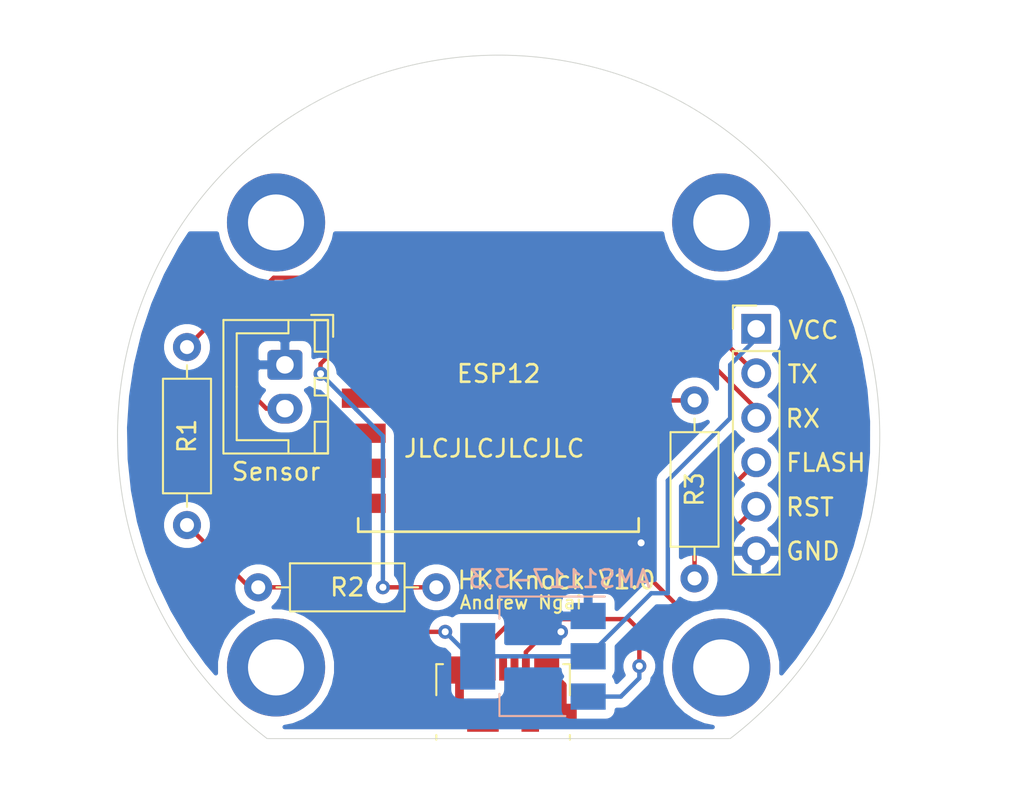
<source format=kicad_pcb>
(kicad_pcb (version 20171130) (host pcbnew "(5.1.8)-1")

  (general
    (thickness 1.6)
    (drawings 11)
    (tracks 85)
    (zones 0)
    (modules 12)
    (nets 29)
  )

  (page A4)
  (layers
    (0 F.Cu signal)
    (31 B.Cu signal)
    (32 B.Adhes user)
    (33 F.Adhes user)
    (34 B.Paste user)
    (35 F.Paste user)
    (36 B.SilkS user)
    (37 F.SilkS user)
    (38 B.Mask user)
    (39 F.Mask user)
    (40 Dwgs.User user)
    (41 Cmts.User user)
    (42 Eco1.User user)
    (43 Eco2.User user)
    (44 Edge.Cuts user)
    (45 Margin user)
    (46 B.CrtYd user)
    (47 F.CrtYd user)
    (48 B.Fab user)
    (49 F.Fab user hide)
  )

  (setup
    (last_trace_width 0.25)
    (user_trace_width 0.5)
    (user_trace_width 0.75)
    (user_trace_width 1)
    (trace_clearance 0.2)
    (zone_clearance 0.508)
    (zone_45_only no)
    (trace_min 0.2)
    (via_size 0.8)
    (via_drill 0.4)
    (via_min_size 0.4)
    (via_min_drill 0.3)
    (uvia_size 0.3)
    (uvia_drill 0.1)
    (uvias_allowed no)
    (uvia_min_size 0.2)
    (uvia_min_drill 0.1)
    (edge_width 0.05)
    (segment_width 0.2)
    (pcb_text_width 0.3)
    (pcb_text_size 1.5 1.5)
    (mod_edge_width 0.12)
    (mod_text_size 1 1)
    (mod_text_width 0.15)
    (pad_size 1.524 1.524)
    (pad_drill 0.762)
    (pad_to_mask_clearance 0)
    (aux_axis_origin 0 0)
    (visible_elements 7FFFFFFF)
    (pcbplotparams
      (layerselection 0x010fc_ffffffff)
      (usegerberextensions false)
      (usegerberattributes true)
      (usegerberadvancedattributes true)
      (creategerberjobfile true)
      (excludeedgelayer true)
      (linewidth 0.100000)
      (plotframeref false)
      (viasonmask false)
      (mode 1)
      (useauxorigin false)
      (hpglpennumber 1)
      (hpglpenspeed 20)
      (hpglpendiameter 15.000000)
      (psnegative false)
      (psa4output false)
      (plotreference true)
      (plotvalue true)
      (plotinvisibletext false)
      (padsonsilk false)
      (subtractmaskfromsilk false)
      (outputformat 1)
      (mirror false)
      (drillshape 0)
      (scaleselection 1)
      (outputdirectory "Gerber/"))
  )

  (net 0 "")
  (net 1 "Net-(J1-Pad2)")
  (net 2 "Net-(J1-Pad3)")
  (net 3 "Net-(J1-Pad4)")
  (net 4 GND)
  (net 5 "Net-(J1-Pad6)")
  (net 6 "Net-(J3-Pad2)")
  (net 7 "Net-(J3-Pad3)")
  (net 8 "Net-(J3-Pad4)")
  (net 9 "Net-(J3-Pad5)")
  (net 10 "Net-(R2-Pad1)")
  (net 11 "Net-(R3-Pad2)")
  (net 12 "Net-(U2-Pad4)")
  (net 13 "Net-(U2-Pad5)")
  (net 14 "Net-(U2-Pad6)")
  (net 15 "Net-(U2-Pad7)")
  (net 16 "Net-(U2-Pad10)")
  (net 17 "Net-(U2-Pad11)")
  (net 18 "Net-(U2-Pad13)")
  (net 19 "Net-(U2-Pad14)")
  (net 20 "Net-(U2-Pad17)")
  (net 21 "Net-(U2-Pad18)")
  (net 22 "Net-(U2-Pad19)")
  (net 23 "Net-(U2-Pad20)")
  (net 24 "Net-(U2-Pad21)")
  (net 25 "Net-(U2-Pad22)")
  (net 26 "Net-(AMS1117-3.3-Pad2)")
  (net 27 "Net-(AMS1117-3.3-Pad3)")
  (net 28 "Net-(Sensor1-Pad2)")

  (net_class Default "This is the default net class."
    (clearance 0.2)
    (trace_width 0.25)
    (via_dia 0.8)
    (via_drill 0.4)
    (uvia_dia 0.3)
    (uvia_drill 0.1)
    (add_net GND)
    (add_net "Net-(AMS1117-3.3-Pad2)")
    (add_net "Net-(AMS1117-3.3-Pad3)")
    (add_net "Net-(J1-Pad2)")
    (add_net "Net-(J1-Pad3)")
    (add_net "Net-(J1-Pad4)")
    (add_net "Net-(J1-Pad6)")
    (add_net "Net-(J3-Pad2)")
    (add_net "Net-(J3-Pad3)")
    (add_net "Net-(J3-Pad4)")
    (add_net "Net-(J3-Pad5)")
    (add_net "Net-(R2-Pad1)")
    (add_net "Net-(R3-Pad2)")
    (add_net "Net-(Sensor1-Pad2)")
    (add_net "Net-(U2-Pad10)")
    (add_net "Net-(U2-Pad11)")
    (add_net "Net-(U2-Pad13)")
    (add_net "Net-(U2-Pad14)")
    (add_net "Net-(U2-Pad17)")
    (add_net "Net-(U2-Pad18)")
    (add_net "Net-(U2-Pad19)")
    (add_net "Net-(U2-Pad20)")
    (add_net "Net-(U2-Pad21)")
    (add_net "Net-(U2-Pad22)")
    (add_net "Net-(U2-Pad4)")
    (add_net "Net-(U2-Pad5)")
    (add_net "Net-(U2-Pad6)")
    (add_net "Net-(U2-Pad7)")
  )

  (module ESP8266:ESP-12E_SMD (layer F.Cu) (tedit 58FB7FFE) (tstamp 600FE885)
    (at 126.100001 86.36)
    (descr "Module, ESP-8266, ESP-12, 16 pad, SMD")
    (tags "Module ESP-8266 ESP8266")
    (path /600D327F)
    (fp_text reference ESP12 (at 6.995999 6.604 180) (layer F.SilkS)
      (effects (font (size 1 1) (thickness 0.15)))
    )
    (fp_text value ESP-12E (at 5.08 6.35 90) (layer F.Fab) hide
      (effects (font (size 1 1) (thickness 0.15)))
    )
    (fp_line (start -1.008 -8.4) (end 14.992 -8.4) (layer F.Fab) (width 0.05))
    (fp_line (start -1.008 15.6) (end -1.008 -8.4) (layer F.Fab) (width 0.05))
    (fp_line (start 14.992 15.6) (end -1.008 15.6) (layer F.Fab) (width 0.05))
    (fp_line (start 15 -8.4) (end 15 15.6) (layer F.Fab) (width 0.05))
    (fp_line (start -1.008 -2.6) (end 14.992 -2.6) (layer F.CrtYd) (width 0.1524))
    (fp_line (start -1.008 -8.4) (end 14.992 -2.6) (layer F.CrtYd) (width 0.1524))
    (fp_line (start 14.992 -8.4) (end -1.008 -2.6) (layer F.CrtYd) (width 0.1524))
    (fp_line (start 14.986 15.621) (end 14.986 14.859) (layer F.SilkS) (width 0.1524))
    (fp_line (start -1.016 15.621) (end 14.986 15.621) (layer F.SilkS) (width 0.1524))
    (fp_line (start -1.016 14.859) (end -1.016 15.621) (layer F.SilkS) (width 0.1524))
    (fp_line (start -1.016 -8.382) (end -1.016 -1.016) (layer F.CrtYd) (width 0.1524))
    (fp_line (start 14.986 -8.382) (end 14.986 -0.889) (layer F.CrtYd) (width 0.1524))
    (fp_line (start -1.016 -8.382) (end 14.986 -8.382) (layer F.CrtYd) (width 0.1524))
    (fp_line (start -2.25 16) (end -2.25 -0.5) (layer F.CrtYd) (width 0.05))
    (fp_line (start 16.25 16) (end -2.25 16) (layer F.CrtYd) (width 0.05))
    (fp_line (start 16.25 -8.75) (end 16.25 16) (layer F.CrtYd) (width 0.05))
    (fp_line (start 15.25 -8.75) (end 16.25 -8.75) (layer F.CrtYd) (width 0.05))
    (fp_line (start -2.25 -8.75) (end 15.25 -8.75) (layer F.CrtYd) (width 0.05))
    (fp_line (start -2.25 -0.5) (end -2.25 -8.75) (layer F.CrtYd) (width 0.05))
    (fp_text user "No Copper" (at 6.310199 -1.3716) (layer F.CrtYd) hide
      (effects (font (size 1 1) (thickness 0.15)))
    )
    (pad 1 smd rect (at 0 0) (size 2.5 1.1) (drill (offset -0.7 0)) (layers F.Cu F.Paste F.Mask)
      (net 9 "Net-(J3-Pad5)"))
    (pad 2 smd rect (at 0 2) (size 2.5 1.1) (drill (offset -0.7 0)) (layers F.Cu F.Paste F.Mask)
      (net 28 "Net-(Sensor1-Pad2)"))
    (pad 3 smd rect (at 0 4) (size 2.5 1.1) (drill (offset -0.7 0)) (layers F.Cu F.Paste F.Mask)
      (net 10 "Net-(R2-Pad1)"))
    (pad 4 smd rect (at 0 6) (size 2.5 1.1) (drill (offset -0.7 0)) (layers F.Cu F.Paste F.Mask)
      (net 12 "Net-(U2-Pad4)"))
    (pad 5 smd rect (at 0 8) (size 2.5 1.1) (drill (offset -0.7 0)) (layers F.Cu F.Paste F.Mask)
      (net 13 "Net-(U2-Pad5)"))
    (pad 6 smd rect (at 0 10) (size 2.5 1.1) (drill (offset -0.7 0)) (layers F.Cu F.Paste F.Mask)
      (net 14 "Net-(U2-Pad6)"))
    (pad 7 smd rect (at 0 12) (size 2.5 1.1) (drill (offset -0.7 0)) (layers F.Cu F.Paste F.Mask)
      (net 15 "Net-(U2-Pad7)"))
    (pad 8 smd rect (at 0 14) (size 2.5 1.1) (drill (offset -0.7 0)) (layers F.Cu F.Paste F.Mask)
      (net 26 "Net-(AMS1117-3.3-Pad2)"))
    (pad 9 smd rect (at 14 14) (size 2.5 1.1) (drill (offset 0.7 0)) (layers F.Cu F.Paste F.Mask)
      (net 4 GND))
    (pad 10 smd rect (at 14 12) (size 2.5 1.1) (drill (offset 0.7 0)) (layers F.Cu F.Paste F.Mask)
      (net 16 "Net-(U2-Pad10)"))
    (pad 11 smd rect (at 14 10) (size 2.5 1.1) (drill (offset 0.7 0)) (layers F.Cu F.Paste F.Mask)
      (net 17 "Net-(U2-Pad11)"))
    (pad 12 smd rect (at 14 8) (size 2.5 1.1) (drill (offset 0.7 0)) (layers F.Cu F.Paste F.Mask)
      (net 11 "Net-(R3-Pad2)"))
    (pad 13 smd rect (at 14 6) (size 2.5 1.1) (drill (offset 0.7 0)) (layers F.Cu F.Paste F.Mask)
      (net 18 "Net-(U2-Pad13)"))
    (pad 14 smd rect (at 14 4) (size 2.5 1.1) (drill (offset 0.7 0)) (layers F.Cu F.Paste F.Mask)
      (net 19 "Net-(U2-Pad14)"))
    (pad 15 smd rect (at 14 2) (size 2.5 1.1) (drill (offset 0.7 0)) (layers F.Cu F.Paste F.Mask)
      (net 7 "Net-(J3-Pad3)"))
    (pad 16 smd rect (at 14 0) (size 2.5 1.1) (drill (offset 0.7 0)) (layers F.Cu F.Paste F.Mask)
      (net 6 "Net-(J3-Pad2)"))
    (pad 17 smd rect (at 1.99 15 90) (size 2.5 1.1) (drill (offset -0.7 0)) (layers F.Cu F.Paste F.Mask)
      (net 20 "Net-(U2-Pad17)"))
    (pad 18 smd rect (at 3.99 15 90) (size 2.5 1.1) (drill (offset -0.7 0)) (layers F.Cu F.Paste F.Mask)
      (net 21 "Net-(U2-Pad18)"))
    (pad 19 smd rect (at 5.99 15 90) (size 2.5 1.1) (drill (offset -0.7 0)) (layers F.Cu F.Paste F.Mask)
      (net 22 "Net-(U2-Pad19)"))
    (pad 20 smd rect (at 7.99 15 90) (size 2.5 1.1) (drill (offset -0.7 0)) (layers F.Cu F.Paste F.Mask)
      (net 23 "Net-(U2-Pad20)"))
    (pad 21 smd rect (at 9.99 15 90) (size 2.5 1.1) (drill (offset -0.7 0)) (layers F.Cu F.Paste F.Mask)
      (net 24 "Net-(U2-Pad21)"))
    (pad 22 smd rect (at 11.99 15 90) (size 2.5 1.1) (drill (offset -0.7 0)) (layers F.Cu F.Paste F.Mask)
      (net 25 "Net-(U2-Pad22)"))
    (model ${ESPLIB}/ESP8266.3dshapes/ESP-12.wrl
      (at (xyz 0 0 0))
      (scale (xyz 0.3937 0.3937 0.3937))
      (rotate (xyz 0 0 0))
    )
  )

  (module Package_TO_SOT_SMD:SOT-223-3_TabPin2 (layer B.Cu) (tedit 5A02FF57) (tstamp 6010594A)
    (at 135.0518 109.093 180)
    (descr "module CMS SOT223 4 pins")
    (tags "CMS SOT")
    (path /600D4288)
    (attr smd)
    (fp_text reference AMS1117-3.3 (at -1.524 4.4196) (layer B.SilkS)
      (effects (font (size 1 1) (thickness 0.15)) (justify mirror))
    )
    (fp_text value AMS1117-3.3 (at 0 -4.5) (layer B.Fab)
      (effects (font (size 1 1) (thickness 0.15)) (justify mirror))
    )
    (fp_line (start 1.85 3.35) (end 1.85 -3.35) (layer B.Fab) (width 0.1))
    (fp_line (start -1.85 -3.35) (end 1.85 -3.35) (layer B.Fab) (width 0.1))
    (fp_line (start -4.1 3.41) (end 1.91 3.41) (layer B.SilkS) (width 0.12))
    (fp_line (start -0.85 3.35) (end 1.85 3.35) (layer B.Fab) (width 0.1))
    (fp_line (start -1.85 -3.41) (end 1.91 -3.41) (layer B.SilkS) (width 0.12))
    (fp_line (start -1.85 2.35) (end -1.85 -3.35) (layer B.Fab) (width 0.1))
    (fp_line (start -1.85 2.35) (end -0.85 3.35) (layer B.Fab) (width 0.1))
    (fp_line (start -4.4 3.6) (end -4.4 -3.6) (layer B.CrtYd) (width 0.05))
    (fp_line (start -4.4 -3.6) (end 4.4 -3.6) (layer B.CrtYd) (width 0.05))
    (fp_line (start 4.4 -3.6) (end 4.4 3.6) (layer B.CrtYd) (width 0.05))
    (fp_line (start 4.4 3.6) (end -4.4 3.6) (layer B.CrtYd) (width 0.05))
    (fp_line (start 1.91 3.41) (end 1.91 2.15) (layer B.SilkS) (width 0.12))
    (fp_line (start 1.91 -3.41) (end 1.91 -2.15) (layer B.SilkS) (width 0.12))
    (fp_text user %R (at 0 0 270) (layer B.Fab)
      (effects (font (size 0.8 0.8) (thickness 0.12)) (justify mirror))
    )
    (pad 2 smd rect (at 3.15 0 180) (size 2 3.8) (layers B.Cu B.Paste B.Mask)
      (net 26 "Net-(AMS1117-3.3-Pad2)"))
    (pad 2 smd rect (at -3.15 0 180) (size 2 1.5) (layers B.Cu B.Paste B.Mask)
      (net 26 "Net-(AMS1117-3.3-Pad2)"))
    (pad 3 smd rect (at -3.15 -2.3 180) (size 2 1.5) (layers B.Cu B.Paste B.Mask)
      (net 27 "Net-(AMS1117-3.3-Pad3)"))
    (pad 1 smd rect (at -3.15 2.3 180) (size 2 1.5) (layers B.Cu B.Paste B.Mask)
      (net 4 GND))
    (model ${KISYS3DMOD}/Package_TO_SOT_SMD.3dshapes/SOT-223.wrl
      (at (xyz 0 0 0))
      (scale (xyz 1 1 1))
      (rotate (xyz 0 0 0))
    )
  )

  (module Resistor_THT:R_Axial_DIN0207_L6.3mm_D2.5mm_P10.16mm_Horizontal (layer F.Cu) (tedit 5AE5139B) (tstamp 60104931)
    (at 129.54 105.156 180)
    (descr "Resistor, Axial_DIN0207 series, Axial, Horizontal, pin pitch=10.16mm, 0.25W = 1/4W, length*diameter=6.3*2.5mm^2, http://cdn-reichelt.de/documents/datenblatt/B400/1_4W%23YAG.pdf")
    (tags "Resistor Axial_DIN0207 series Axial Horizontal pin pitch 10.16mm 0.25W = 1/4W length 6.3mm diameter 2.5mm")
    (path /600E3421)
    (fp_text reference R2 (at 5.08 0) (layer F.SilkS)
      (effects (font (size 1 1) (thickness 0.15)))
    )
    (fp_text value 10K (at 5.08 2.37) (layer F.Fab)
      (effects (font (size 1 1) (thickness 0.15)))
    )
    (fp_line (start 11.21 -1.5) (end -1.05 -1.5) (layer F.CrtYd) (width 0.05))
    (fp_line (start 11.21 1.5) (end 11.21 -1.5) (layer F.CrtYd) (width 0.05))
    (fp_line (start -1.05 1.5) (end 11.21 1.5) (layer F.CrtYd) (width 0.05))
    (fp_line (start -1.05 -1.5) (end -1.05 1.5) (layer F.CrtYd) (width 0.05))
    (fp_line (start 9.12 0) (end 8.35 0) (layer F.SilkS) (width 0.12))
    (fp_line (start 1.04 0) (end 1.81 0) (layer F.SilkS) (width 0.12))
    (fp_line (start 8.35 -1.37) (end 1.81 -1.37) (layer F.SilkS) (width 0.12))
    (fp_line (start 8.35 1.37) (end 8.35 -1.37) (layer F.SilkS) (width 0.12))
    (fp_line (start 1.81 1.37) (end 8.35 1.37) (layer F.SilkS) (width 0.12))
    (fp_line (start 1.81 -1.37) (end 1.81 1.37) (layer F.SilkS) (width 0.12))
    (fp_line (start 10.16 0) (end 8.23 0) (layer F.Fab) (width 0.1))
    (fp_line (start 0 0) (end 1.93 0) (layer F.Fab) (width 0.1))
    (fp_line (start 8.23 -1.25) (end 1.93 -1.25) (layer F.Fab) (width 0.1))
    (fp_line (start 8.23 1.25) (end 8.23 -1.25) (layer F.Fab) (width 0.1))
    (fp_line (start 1.93 1.25) (end 8.23 1.25) (layer F.Fab) (width 0.1))
    (fp_line (start 1.93 -1.25) (end 1.93 1.25) (layer F.Fab) (width 0.1))
    (fp_text user %R (at 5.08 0) (layer F.Fab)
      (effects (font (size 1 1) (thickness 0.15)))
    )
    (pad 1 thru_hole circle (at 0 0 180) (size 1.6 1.6) (drill 0.8) (layers *.Cu *.Mask)
      (net 10 "Net-(R2-Pad1)"))
    (pad 2 thru_hole oval (at 10.16 0 180) (size 1.6 1.6) (drill 0.8) (layers *.Cu *.Mask)
      (net 26 "Net-(AMS1117-3.3-Pad2)"))
    (model ${KISYS3DMOD}/Resistor_THT.3dshapes/R_Axial_DIN0207_L6.3mm_D2.5mm_P10.16mm_Horizontal.wrl
      (at (xyz 0 0 0))
      (scale (xyz 1 1 1))
      (rotate (xyz 0 0 0))
    )
  )

  (module MountingHole:MountingHole_3.2mm_M3_DIN965_Pad (layer F.Cu) (tedit 56D1B4CB) (tstamp 601047CD)
    (at 145.796 84.328)
    (descr "Mounting Hole 3.2mm, M3, DIN965")
    (tags "mounting hole 3.2mm m3 din965")
    (attr virtual)
    (fp_text reference REF** (at 0 -3.8) (layer F.SilkS) hide
      (effects (font (size 1 1) (thickness 0.15)))
    )
    (fp_text value MountingHole_3.2mm_M3_DIN965_Pad (at 0 3.8) (layer F.Fab)
      (effects (font (size 1 1) (thickness 0.15)))
    )
    (fp_circle (center 0 0) (end 2.8 0) (layer Cmts.User) (width 0.15))
    (fp_circle (center 0 0) (end 3.05 0) (layer F.CrtYd) (width 0.05))
    (fp_text user %R (at 0.3 0) (layer F.Fab)
      (effects (font (size 1 1) (thickness 0.15)))
    )
    (pad 1 thru_hole circle (at 0 0) (size 5.6 5.6) (drill 3.2) (layers *.Cu *.Mask))
  )

  (module MountingHole:MountingHole_3.2mm_M3_DIN965_Pad (layer F.Cu) (tedit 56D1B4CB) (tstamp 601047D9)
    (at 120.396 84.328)
    (descr "Mounting Hole 3.2mm, M3, DIN965")
    (tags "mounting hole 3.2mm m3 din965")
    (attr virtual)
    (fp_text reference REF** (at 0 -3.8) (layer F.SilkS) hide
      (effects (font (size 1 1) (thickness 0.15)))
    )
    (fp_text value MountingHole_3.2mm_M3_DIN965_Pad (at 0 3.8) (layer F.Fab)
      (effects (font (size 1 1) (thickness 0.15)))
    )
    (fp_circle (center 0 0) (end 2.8 0) (layer Cmts.User) (width 0.15))
    (fp_circle (center 0 0) (end 3.05 0) (layer F.CrtYd) (width 0.05))
    (fp_text user %R (at 0.3 0) (layer F.Fab)
      (effects (font (size 1 1) (thickness 0.15)))
    )
    (pad 1 thru_hole circle (at 0 0) (size 5.6 5.6) (drill 3.2) (layers *.Cu *.Mask))
  )

  (module MountingHole:MountingHole_3.2mm_M3_DIN965_Pad (layer F.Cu) (tedit 56D1B4CB) (tstamp 601047D9)
    (at 120.396 109.728)
    (descr "Mounting Hole 3.2mm, M3, DIN965")
    (tags "mounting hole 3.2mm m3 din965")
    (attr virtual)
    (fp_text reference REF** (at 0 -3.8) (layer F.SilkS) hide
      (effects (font (size 1 1) (thickness 0.15)))
    )
    (fp_text value MountingHole_3.2mm_M3_DIN965_Pad (at 0 3.8) (layer F.Fab)
      (effects (font (size 1 1) (thickness 0.15)))
    )
    (fp_circle (center 0 0) (end 2.8 0) (layer Cmts.User) (width 0.15))
    (fp_circle (center 0 0) (end 3.05 0) (layer F.CrtYd) (width 0.05))
    (fp_text user %R (at 0.3 0) (layer F.Fab)
      (effects (font (size 1 1) (thickness 0.15)))
    )
    (pad 1 thru_hole circle (at 0 0) (size 5.6 5.6) (drill 3.2) (layers *.Cu *.Mask))
  )

  (module MountingHole:MountingHole_3.2mm_M3_DIN965_Pad (layer F.Cu) (tedit 56D1B4CB) (tstamp 6010481B)
    (at 145.796 109.728)
    (descr "Mounting Hole 3.2mm, M3, DIN965")
    (tags "mounting hole 3.2mm m3 din965")
    (attr virtual)
    (fp_text reference REF** (at 0 -3.8) (layer F.SilkS) hide
      (effects (font (size 1 1) (thickness 0.15)))
    )
    (fp_text value MountingHole_3.2mm_M3_DIN965_Pad (at 0 3.8) (layer F.Fab)
      (effects (font (size 1 1) (thickness 0.15)))
    )
    (fp_circle (center 0 0) (end 2.8 0) (layer Cmts.User) (width 0.15))
    (fp_circle (center 0 0) (end 3.05 0) (layer F.CrtYd) (width 0.05))
    (fp_text user %R (at 0.3 0) (layer F.Fab)
      (effects (font (size 1 1) (thickness 0.15)))
    )
    (pad 1 thru_hole circle (at 0 0) (size 5.6 5.6) (drill 3.2) (layers *.Cu *.Mask))
  )

  (module Connector_USB:USB_Micro-B_Molex_47346-0001 (layer F.Cu) (tedit 5D8620A7) (tstamp 600FEAC6)
    (at 133.35 111.252)
    (descr "Micro USB B receptable with flange, bottom-mount, SMD, right-angle (http://www.molex.com/pdm_docs/sd/473460001_sd.pdf)")
    (tags "Micro B USB SMD")
    (path /600D522C)
    (attr smd)
    (fp_text reference MicroUSB (at 0 -3.3 180) (layer F.SilkS) hide
      (effects (font (size 1 1) (thickness 0.15)))
    )
    (fp_text value USB_B_Micro (at 0 4.6 180) (layer F.Fab)
      (effects (font (size 1 1) (thickness 0.15)))
    )
    (fp_line (start -3.25 2.65) (end 3.25 2.65) (layer F.Fab) (width 0.1))
    (fp_line (start -3.81 2.6) (end -3.81 2.34) (layer F.SilkS) (width 0.12))
    (fp_line (start -3.81 0.06) (end -3.81 -1.71) (layer F.SilkS) (width 0.12))
    (fp_line (start -3.81 -1.71) (end -3.43 -1.71) (layer F.SilkS) (width 0.12))
    (fp_line (start 3.81 -1.71) (end 3.81 0.06) (layer F.SilkS) (width 0.12))
    (fp_line (start 3.81 2.34) (end 3.81 2.6) (layer F.SilkS) (width 0.12))
    (fp_line (start -3.75 3.35) (end -3.75 -1.65) (layer F.Fab) (width 0.1))
    (fp_line (start -3.75 -1.65) (end 3.75 -1.65) (layer F.Fab) (width 0.1))
    (fp_line (start 3.75 -1.65) (end 3.75 3.35) (layer F.Fab) (width 0.1))
    (fp_line (start 3.75 3.35) (end -3.75 3.35) (layer F.Fab) (width 0.1))
    (fp_line (start -4.7 3.85) (end -4.7 -2.65) (layer F.CrtYd) (width 0.05))
    (fp_line (start -4.7 -2.65) (end 4.7 -2.65) (layer F.CrtYd) (width 0.05))
    (fp_line (start 4.7 -2.65) (end 4.7 3.85) (layer F.CrtYd) (width 0.05))
    (fp_line (start 4.7 3.85) (end -4.7 3.85) (layer F.CrtYd) (width 0.05))
    (fp_line (start 3.81 -1.71) (end 3.43 -1.71) (layer F.SilkS) (width 0.12))
    (fp_text user "PCB Edge" (at 0 2.67 180) (layer Dwgs.User)
      (effects (font (size 0.4 0.4) (thickness 0.04)))
    )
    (fp_text user %R (at 0 1.2) (layer F.Fab)
      (effects (font (size 1 1) (thickness 0.15)))
    )
    (pad 1 smd rect (at -1.3 -1.46) (size 0.45 1.38) (layers F.Cu F.Paste F.Mask)
      (net 27 "Net-(AMS1117-3.3-Pad3)"))
    (pad 2 smd rect (at -0.65 -1.46) (size 0.45 1.38) (layers F.Cu F.Paste F.Mask)
      (net 1 "Net-(J1-Pad2)"))
    (pad 3 smd rect (at 0 -1.46) (size 0.45 1.38) (layers F.Cu F.Paste F.Mask)
      (net 2 "Net-(J1-Pad3)"))
    (pad 4 smd rect (at 0.65 -1.46) (size 0.45 1.38) (layers F.Cu F.Paste F.Mask)
      (net 3 "Net-(J1-Pad4)"))
    (pad 5 smd rect (at 1.3 -1.46) (size 0.45 1.38) (layers F.Cu F.Paste F.Mask)
      (net 4 GND))
    (pad 6 smd rect (at -2.4875 -1.375) (size 1.425 1.55) (layers F.Cu F.Paste F.Mask)
      (net 5 "Net-(J1-Pad6)"))
    (pad 6 smd rect (at 2.4875 -1.375) (size 1.425 1.55) (layers F.Cu F.Paste F.Mask)
      (net 5 "Net-(J1-Pad6)"))
    (pad 6 smd rect (at -3.375 1.2) (size 1.65 1.3) (layers F.Cu F.Paste F.Mask)
      (net 5 "Net-(J1-Pad6)"))
    (pad 6 smd rect (at 3.375 1.2) (size 1.65 1.3) (layers F.Cu F.Paste F.Mask)
      (net 5 "Net-(J1-Pad6)"))
    (pad 6 smd rect (at -1.15 1.2) (size 1.8 1.9) (layers F.Cu F.Paste F.Mask)
      (net 5 "Net-(J1-Pad6)"))
    (pad 6 smd rect (at 1.55 1.2) (size 1 1.9) (layers F.Cu F.Paste F.Mask)
      (net 5 "Net-(J1-Pad6)"))
    (model ${KISYS3DMOD}/Connector_USB.3dshapes/USB_Micro-B_Molex_47346-0001.wrl
      (at (xyz 0 0 0))
      (scale (xyz 1 1 1))
      (rotate (xyz 0 0 0))
    )
  )

  (module Connector_JST:JST_XH_B2B-XH-A_1x02_P2.50mm_Vertical (layer F.Cu) (tedit 5C28146C) (tstamp 6010536D)
    (at 120.904 92.456 270)
    (descr "JST XH series connector, B2B-XH-A (http://www.jst-mfg.com/product/pdf/eng/eXH.pdf), generated with kicad-footprint-generator")
    (tags "connector JST XH vertical")
    (path /600D63E1)
    (fp_text reference Sensor (at 6.096 0.508 180) (layer F.SilkS)
      (effects (font (size 1 1) (thickness 0.15)))
    )
    (fp_text value Sensor (at 6.096 0.508 180) (layer F.Fab)
      (effects (font (size 1 1) (thickness 0.15)))
    )
    (fp_line (start -2.85 -2.75) (end -2.85 -1.5) (layer F.SilkS) (width 0.12))
    (fp_line (start -1.6 -2.75) (end -2.85 -2.75) (layer F.SilkS) (width 0.12))
    (fp_line (start 4.3 2.75) (end 1.25 2.75) (layer F.SilkS) (width 0.12))
    (fp_line (start 4.3 -0.2) (end 4.3 2.75) (layer F.SilkS) (width 0.12))
    (fp_line (start 5.05 -0.2) (end 4.3 -0.2) (layer F.SilkS) (width 0.12))
    (fp_line (start -1.8 2.75) (end 1.25 2.75) (layer F.SilkS) (width 0.12))
    (fp_line (start -1.8 -0.2) (end -1.8 2.75) (layer F.SilkS) (width 0.12))
    (fp_line (start -2.55 -0.2) (end -1.8 -0.2) (layer F.SilkS) (width 0.12))
    (fp_line (start 5.05 -2.45) (end 3.25 -2.45) (layer F.SilkS) (width 0.12))
    (fp_line (start 5.05 -1.7) (end 5.05 -2.45) (layer F.SilkS) (width 0.12))
    (fp_line (start 3.25 -1.7) (end 5.05 -1.7) (layer F.SilkS) (width 0.12))
    (fp_line (start 3.25 -2.45) (end 3.25 -1.7) (layer F.SilkS) (width 0.12))
    (fp_line (start -0.75 -2.45) (end -2.55 -2.45) (layer F.SilkS) (width 0.12))
    (fp_line (start -0.75 -1.7) (end -0.75 -2.45) (layer F.SilkS) (width 0.12))
    (fp_line (start -2.55 -1.7) (end -0.75 -1.7) (layer F.SilkS) (width 0.12))
    (fp_line (start -2.55 -2.45) (end -2.55 -1.7) (layer F.SilkS) (width 0.12))
    (fp_line (start 1.75 -2.45) (end 0.75 -2.45) (layer F.SilkS) (width 0.12))
    (fp_line (start 1.75 -1.7) (end 1.75 -2.45) (layer F.SilkS) (width 0.12))
    (fp_line (start 0.75 -1.7) (end 1.75 -1.7) (layer F.SilkS) (width 0.12))
    (fp_line (start 0.75 -2.45) (end 0.75 -1.7) (layer F.SilkS) (width 0.12))
    (fp_line (start 0 -1.35) (end 0.625 -2.35) (layer F.Fab) (width 0.1))
    (fp_line (start -0.625 -2.35) (end 0 -1.35) (layer F.Fab) (width 0.1))
    (fp_line (start 5.45 -2.85) (end -2.95 -2.85) (layer F.CrtYd) (width 0.05))
    (fp_line (start 5.45 3.9) (end 5.45 -2.85) (layer F.CrtYd) (width 0.05))
    (fp_line (start -2.95 3.9) (end 5.45 3.9) (layer F.CrtYd) (width 0.05))
    (fp_line (start -2.95 -2.85) (end -2.95 3.9) (layer F.CrtYd) (width 0.05))
    (fp_line (start 5.06 -2.46) (end -2.56 -2.46) (layer F.SilkS) (width 0.12))
    (fp_line (start 5.06 3.51) (end 5.06 -2.46) (layer F.SilkS) (width 0.12))
    (fp_line (start -2.56 3.51) (end 5.06 3.51) (layer F.SilkS) (width 0.12))
    (fp_line (start -2.56 -2.46) (end -2.56 3.51) (layer F.SilkS) (width 0.12))
    (fp_line (start 4.95 -2.35) (end -2.45 -2.35) (layer F.Fab) (width 0.1))
    (fp_line (start 4.95 3.4) (end 4.95 -2.35) (layer F.Fab) (width 0.1))
    (fp_line (start -2.45 3.4) (end 4.95 3.4) (layer F.Fab) (width 0.1))
    (fp_line (start -2.45 -2.35) (end -2.45 3.4) (layer F.Fab) (width 0.1))
    (fp_text user %R (at 1.25 2.7 90) (layer F.Fab)
      (effects (font (size 1 1) (thickness 0.15)))
    )
    (pad 1 thru_hole roundrect (at 0 0 270) (size 1.7 2) (drill 1) (layers *.Cu *.Mask) (roundrect_rratio 0.1470588235294118)
      (net 4 GND))
    (pad 2 thru_hole oval (at 2.5 0 270) (size 1.7 2) (drill 1) (layers *.Cu *.Mask)
      (net 28 "Net-(Sensor1-Pad2)"))
    (model ${KISYS3DMOD}/Connector_JST.3dshapes/JST_XH_B2B-XH-A_1x02_P2.50mm_Vertical.wrl
      (at (xyz 0 0 0))
      (scale (xyz 1 1 1))
      (rotate (xyz 0 0 0))
    )
  )

  (module Connector_PinHeader_2.54mm:PinHeader_1x06_P2.54mm_Vertical (layer F.Cu) (tedit 59FED5CC) (tstamp 600FE9BB)
    (at 147.79244 90.3986)
    (descr "Through hole straight pin header, 1x06, 2.54mm pitch, single row")
    (tags "Through hole pin header THT 1x06 2.54mm single row")
    (path /600D6B8A)
    (fp_text reference J3 (at 0 -2.33) (layer F.SilkS) hide
      (effects (font (size 1 1) (thickness 0.15)))
    )
    (fp_text value Program (at 0 15.03) (layer F.Fab)
      (effects (font (size 1 1) (thickness 0.15)))
    )
    (fp_line (start 1.8 -1.8) (end -1.8 -1.8) (layer F.CrtYd) (width 0.05))
    (fp_line (start 1.8 14.5) (end 1.8 -1.8) (layer F.CrtYd) (width 0.05))
    (fp_line (start -1.8 14.5) (end 1.8 14.5) (layer F.CrtYd) (width 0.05))
    (fp_line (start -1.8 -1.8) (end -1.8 14.5) (layer F.CrtYd) (width 0.05))
    (fp_line (start -1.33 -1.33) (end 0 -1.33) (layer F.SilkS) (width 0.12))
    (fp_line (start -1.33 0) (end -1.33 -1.33) (layer F.SilkS) (width 0.12))
    (fp_line (start -1.33 1.27) (end 1.33 1.27) (layer F.SilkS) (width 0.12))
    (fp_line (start 1.33 1.27) (end 1.33 14.03) (layer F.SilkS) (width 0.12))
    (fp_line (start -1.33 1.27) (end -1.33 14.03) (layer F.SilkS) (width 0.12))
    (fp_line (start -1.33 14.03) (end 1.33 14.03) (layer F.SilkS) (width 0.12))
    (fp_line (start -1.27 -0.635) (end -0.635 -1.27) (layer F.Fab) (width 0.1))
    (fp_line (start -1.27 13.97) (end -1.27 -0.635) (layer F.Fab) (width 0.1))
    (fp_line (start 1.27 13.97) (end -1.27 13.97) (layer F.Fab) (width 0.1))
    (fp_line (start 1.27 -1.27) (end 1.27 13.97) (layer F.Fab) (width 0.1))
    (fp_line (start -0.635 -1.27) (end 1.27 -1.27) (layer F.Fab) (width 0.1))
    (fp_text user %R (at 0 6.35 90) (layer F.Fab)
      (effects (font (size 1 1) (thickness 0.15)))
    )
    (pad 1 thru_hole rect (at 0 0) (size 1.7 1.7) (drill 1) (layers *.Cu *.Mask)
      (net 26 "Net-(AMS1117-3.3-Pad2)"))
    (pad 2 thru_hole oval (at 0 2.54) (size 1.7 1.7) (drill 1) (layers *.Cu *.Mask)
      (net 6 "Net-(J3-Pad2)"))
    (pad 3 thru_hole oval (at 0 5.08) (size 1.7 1.7) (drill 1) (layers *.Cu *.Mask)
      (net 7 "Net-(J3-Pad3)"))
    (pad 4 thru_hole oval (at 0 7.62) (size 1.7 1.7) (drill 1) (layers *.Cu *.Mask)
      (net 8 "Net-(J3-Pad4)"))
    (pad 5 thru_hole oval (at 0 10.16) (size 1.7 1.7) (drill 1) (layers *.Cu *.Mask)
      (net 9 "Net-(J3-Pad5)"))
    (pad 6 thru_hole oval (at 0 12.7) (size 1.7 1.7) (drill 1) (layers *.Cu *.Mask)
      (net 4 GND))
    (model ${KISYS3DMOD}/Connector_PinHeader_2.54mm.3dshapes/PinHeader_1x06_P2.54mm_Vertical.wrl
      (at (xyz 0 0 0))
      (scale (xyz 1 1 1))
      (rotate (xyz 0 0 0))
    )
  )

  (module Resistor_THT:R_Axial_DIN0207_L6.3mm_D2.5mm_P10.16mm_Horizontal (layer F.Cu) (tedit 5AE5139B) (tstamp 600FE976)
    (at 115.316 101.6 90)
    (descr "Resistor, Axial_DIN0207 series, Axial, Horizontal, pin pitch=10.16mm, 0.25W = 1/4W, length*diameter=6.3*2.5mm^2, http://cdn-reichelt.de/documents/datenblatt/B400/1_4W%23YAG.pdf")
    (tags "Resistor Axial_DIN0207 series Axial Horizontal pin pitch 10.16mm 0.25W = 1/4W length 6.3mm diameter 2.5mm")
    (path /600E55CB)
    (fp_text reference R1 (at 5.08 0 90) (layer F.SilkS)
      (effects (font (size 1 1) (thickness 0.15)))
    )
    (fp_text value 10K (at 5.08 2.37 90) (layer F.Fab)
      (effects (font (size 1 1) (thickness 0.15)))
    )
    (fp_line (start 11.21 -1.5) (end -1.05 -1.5) (layer F.CrtYd) (width 0.05))
    (fp_line (start 11.21 1.5) (end 11.21 -1.5) (layer F.CrtYd) (width 0.05))
    (fp_line (start -1.05 1.5) (end 11.21 1.5) (layer F.CrtYd) (width 0.05))
    (fp_line (start -1.05 -1.5) (end -1.05 1.5) (layer F.CrtYd) (width 0.05))
    (fp_line (start 9.12 0) (end 8.35 0) (layer F.SilkS) (width 0.12))
    (fp_line (start 1.04 0) (end 1.81 0) (layer F.SilkS) (width 0.12))
    (fp_line (start 8.35 -1.37) (end 1.81 -1.37) (layer F.SilkS) (width 0.12))
    (fp_line (start 8.35 1.37) (end 8.35 -1.37) (layer F.SilkS) (width 0.12))
    (fp_line (start 1.81 1.37) (end 8.35 1.37) (layer F.SilkS) (width 0.12))
    (fp_line (start 1.81 -1.37) (end 1.81 1.37) (layer F.SilkS) (width 0.12))
    (fp_line (start 10.16 0) (end 8.23 0) (layer F.Fab) (width 0.1))
    (fp_line (start 0 0) (end 1.93 0) (layer F.Fab) (width 0.1))
    (fp_line (start 8.23 -1.25) (end 1.93 -1.25) (layer F.Fab) (width 0.1))
    (fp_line (start 8.23 1.25) (end 8.23 -1.25) (layer F.Fab) (width 0.1))
    (fp_line (start 1.93 1.25) (end 8.23 1.25) (layer F.Fab) (width 0.1))
    (fp_line (start 1.93 -1.25) (end 1.93 1.25) (layer F.Fab) (width 0.1))
    (fp_text user %R (at 5.08 0 90) (layer F.Fab)
      (effects (font (size 1 1) (thickness 0.15)))
    )
    (pad 1 thru_hole circle (at 0 0 90) (size 1.6 1.6) (drill 0.8) (layers *.Cu *.Mask)
      (net 26 "Net-(AMS1117-3.3-Pad2)"))
    (pad 2 thru_hole oval (at 10.16 0 90) (size 1.6 1.6) (drill 0.8) (layers *.Cu *.Mask)
      (net 9 "Net-(J3-Pad5)"))
    (model ${KISYS3DMOD}/Resistor_THT.3dshapes/R_Axial_DIN0207_L6.3mm_D2.5mm_P10.16mm_Horizontal.wrl
      (at (xyz 0 0 0))
      (scale (xyz 1 1 1))
      (rotate (xyz 0 0 0))
    )
  )

  (module Resistor_THT:R_Axial_DIN0207_L6.3mm_D2.5mm_P10.16mm_Horizontal (layer F.Cu) (tedit 5AE5139B) (tstamp 600FE934)
    (at 144.272 104.648 90)
    (descr "Resistor, Axial_DIN0207 series, Axial, Horizontal, pin pitch=10.16mm, 0.25W = 1/4W, length*diameter=6.3*2.5mm^2, http://cdn-reichelt.de/documents/datenblatt/B400/1_4W%23YAG.pdf")
    (tags "Resistor Axial_DIN0207 series Axial Horizontal pin pitch 10.16mm 0.25W = 1/4W length 6.3mm diameter 2.5mm")
    (path /600EC464)
    (fp_text reference R3 (at 5.08 0 90) (layer F.SilkS)
      (effects (font (size 1 1) (thickness 0.15)))
    )
    (fp_text value 10K (at 5.08 2.37 90) (layer F.Fab)
      (effects (font (size 1 1) (thickness 0.15)))
    )
    (fp_line (start 1.93 -1.25) (end 1.93 1.25) (layer F.Fab) (width 0.1))
    (fp_line (start 1.93 1.25) (end 8.23 1.25) (layer F.Fab) (width 0.1))
    (fp_line (start 8.23 1.25) (end 8.23 -1.25) (layer F.Fab) (width 0.1))
    (fp_line (start 8.23 -1.25) (end 1.93 -1.25) (layer F.Fab) (width 0.1))
    (fp_line (start 0 0) (end 1.93 0) (layer F.Fab) (width 0.1))
    (fp_line (start 10.16 0) (end 8.23 0) (layer F.Fab) (width 0.1))
    (fp_line (start 1.81 -1.37) (end 1.81 1.37) (layer F.SilkS) (width 0.12))
    (fp_line (start 1.81 1.37) (end 8.35 1.37) (layer F.SilkS) (width 0.12))
    (fp_line (start 8.35 1.37) (end 8.35 -1.37) (layer F.SilkS) (width 0.12))
    (fp_line (start 8.35 -1.37) (end 1.81 -1.37) (layer F.SilkS) (width 0.12))
    (fp_line (start 1.04 0) (end 1.81 0) (layer F.SilkS) (width 0.12))
    (fp_line (start 9.12 0) (end 8.35 0) (layer F.SilkS) (width 0.12))
    (fp_line (start -1.05 -1.5) (end -1.05 1.5) (layer F.CrtYd) (width 0.05))
    (fp_line (start -1.05 1.5) (end 11.21 1.5) (layer F.CrtYd) (width 0.05))
    (fp_line (start 11.21 1.5) (end 11.21 -1.5) (layer F.CrtYd) (width 0.05))
    (fp_line (start 11.21 -1.5) (end -1.05 -1.5) (layer F.CrtYd) (width 0.05))
    (fp_text user %R (at 5.08 0 90) (layer F.Fab)
      (effects (font (size 1 1) (thickness 0.15)))
    )
    (pad 2 thru_hole oval (at 10.16 0 90) (size 1.6 1.6) (drill 0.8) (layers *.Cu *.Mask)
      (net 11 "Net-(R3-Pad2)"))
    (pad 1 thru_hole circle (at 0 0 90) (size 1.6 1.6) (drill 0.8) (layers *.Cu *.Mask)
      (net 8 "Net-(J3-Pad4)"))
    (model ${KISYS3DMOD}/Resistor_THT.3dshapes/R_Axial_DIN0207_L6.3mm_D2.5mm_P10.16mm_Horizontal.wrl
      (at (xyz 0 0 0))
      (scale (xyz 1 1 1))
      (rotate (xyz 0 0 0))
    )
  )

  (gr_text JLCJLCJLCJLC (at 132.842 97.2312) (layer F.SilkS)
    (effects (font (size 1 1) (thickness 0.15)))
  )
  (gr_text "HK Knock V1.0" (at 136.398 104.7496) (layer F.SilkS) (tstamp 6010560C)
    (effects (font (size 1 1) (thickness 0.15)))
  )
  (gr_text "Andrew Ngai" (at 134.366 106.0196) (layer F.SilkS) (tstamp 60105624)
    (effects (font (size 0.75 0.75) (thickness 0.125)))
  )
  (gr_text GND (at 151.0284 103.0986) (layer F.SilkS)
    (effects (font (size 1 1) (thickness 0.15)))
  )
  (gr_text RST (at 150.8506 100.584) (layer F.SilkS)
    (effects (font (size 1 1) (thickness 0.15)))
  )
  (gr_text FLASH (at 151.765 98.044) (layer F.SilkS) (tstamp 60105FC7)
    (effects (font (size 1 1) (thickness 0.15)))
  )
  (gr_text RX (at 150.4442 95.5294) (layer F.SilkS)
    (effects (font (size 1 1) (thickness 0.15)))
  )
  (gr_text TX (at 150.4442 92.9894) (layer F.SilkS) (tstamp 60105FB1)
    (effects (font (size 1 1) (thickness 0.15)))
  )
  (gr_text VCC (at 151.0538 90.4748) (layer F.SilkS)
    (effects (font (size 1 1) (thickness 0.15)))
  )
  (gr_arc (start 133.096 96.52) (end 146.303999 113.791999) (angle -285.1892867) (layer Edge.Cuts) (width 0.05) (tstamp 600FE856))
  (gr_line (start 119.888 113.792) (end 146.304 113.792) (layer Edge.Cuts) (width 0.05))

  (segment (start 134.65 109.792) (end 134.65 108.852) (width 0.25) (layer F.Cu) (net 4) (tstamp 600FEB11))
  (segment (start 140.100001 100.36) (end 140.100001 101.492001) (width 0.25) (layer F.Cu) (net 4))
  (segment (start 140.100001 101.492001) (end 141.224 102.616) (width 0.25) (layer F.Cu) (net 4))
  (segment (start 141.224 102.616) (end 141.224 102.616) (width 0.25) (layer F.Cu) (net 4) (tstamp 60104ED7))
  (via (at 141.224 102.616) (size 0.8) (drill 0.4) (layers F.Cu B.Cu) (net 4))
  (segment (start 134.65 108.852) (end 135.806 107.696) (width 0.25) (layer F.Cu) (net 4))
  (segment (start 135.806 107.696) (end 136.652 107.696) (width 0.25) (layer F.Cu) (net 4))
  (segment (start 136.652 107.696) (end 136.652 107.696) (width 0.25) (layer F.Cu) (net 4) (tstamp 601059A5))
  (via (at 136.652 107.696) (size 0.8) (drill 0.4) (layers F.Cu B.Cu) (net 4))
  (segment (start 130.8625 111.5645) (end 129.975 112.452) (width 0.5) (layer F.Cu) (net 5))
  (segment (start 130.8625 109.877) (end 130.8625 111.5645) (width 0.5) (layer F.Cu) (net 5) (tstamp 600FEB3B))
  (segment (start 129.975 112.452) (end 136.725 112.452) (width 0.5) (layer F.Cu) (net 5))
  (segment (start 136.725 110.7645) (end 135.8375 109.877) (width 0.5) (layer F.Cu) (net 5) (tstamp 600FEB41))
  (segment (start 136.725 112.452) (end 136.725 110.7645) (width 0.5) (layer F.Cu) (net 5) (tstamp 600FEB4A))
  (segment (start 147.763603 92.9386) (end 147.79244 92.9386) (width 0.25) (layer F.Cu) (net 6))
  (segment (start 141.185003 86.36) (end 147.763603 92.9386) (width 0.25) (layer F.Cu) (net 6))
  (segment (start 140.100001 86.36) (end 141.185003 86.36) (width 0.25) (layer F.Cu) (net 6))
  (segment (start 141.192 88.36) (end 140.100001 88.36) (width 0.25) (layer F.Cu) (net 7))
  (segment (start 147.79244 94.967437) (end 147.79244 95.4786) (width 0.25) (layer F.Cu) (net 7))
  (segment (start 141.185003 88.36) (end 147.79244 94.967437) (width 0.25) (layer F.Cu) (net 7))
  (segment (start 140.100001 88.36) (end 141.185003 88.36) (width 0.25) (layer F.Cu) (net 7))
  (segment (start 144.272 101.53904) (end 147.79244 98.0186) (width 0.25) (layer F.Cu) (net 8))
  (segment (start 144.272 104.648) (end 144.272 101.53904) (width 0.25) (layer F.Cu) (net 8))
  (segment (start 115.316 91.44) (end 117.348 89.408) (width 0.25) (layer F.Cu) (net 9))
  (segment (start 118.339998 89.408) (end 118.351999 89.420001) (width 0.25) (layer F.Cu) (net 9))
  (segment (start 117.348 89.408) (end 118.339998 89.408) (width 0.25) (layer F.Cu) (net 9))
  (segment (start 124.975002 87.484999) (end 126.100001 86.36) (width 0.25) (layer F.Cu) (net 9))
  (segment (start 120.262999 87.484999) (end 124.975002 87.484999) (width 0.25) (layer F.Cu) (net 9))
  (segment (start 118.339998 89.408) (end 120.262999 87.484999) (width 0.25) (layer F.Cu) (net 9))
  (segment (start 146.0246 102.32644) (end 147.79244 100.5586) (width 0.25) (layer F.Cu) (net 9))
  (segment (start 145.30324 106.172) (end 146.0246 105.45064) (width 0.25) (layer F.Cu) (net 9))
  (segment (start 143.256 106.172) (end 145.30324 106.172) (width 0.25) (layer F.Cu) (net 9))
  (segment (start 146.0246 105.45064) (end 146.0246 102.32644) (width 0.25) (layer F.Cu) (net 9))
  (segment (start 138.965002 101.881002) (end 143.256 106.172) (width 0.25) (layer F.Cu) (net 9))
  (segment (start 138.965002 98.910003) (end 138.965002 101.881002) (width 0.25) (layer F.Cu) (net 9))
  (segment (start 130.9624 90.907401) (end 138.965002 98.910003) (width 0.25) (layer F.Cu) (net 9))
  (segment (start 130.9624 86.36) (end 130.9624 90.907401) (width 0.25) (layer F.Cu) (net 9))
  (segment (start 126.100001 86.36) (end 130.9624 86.36) (width 0.25) (layer F.Cu) (net 9))
  (via (at 126.492 105.156) (size 0.8) (drill 0.4) (layers F.Cu B.Cu) (net 10))
  (segment (start 122.936 92.964) (end 122.936 92.964) (width 0.25) (layer B.Cu) (net 10) (tstamp 60104ECA))
  (via (at 122.936 92.964) (size 0.8) (drill 0.4) (layers F.Cu B.Cu) (net 10))
  (segment (start 124.974315 90.36) (end 126.100001 90.36) (width 0.25) (layer F.Cu) (net 10))
  (segment (start 122.936 92.398315) (end 124.974315 90.36) (width 0.25) (layer F.Cu) (net 10))
  (segment (start 122.936 92.964) (end 122.936 92.398315) (width 0.25) (layer F.Cu) (net 10))
  (segment (start 129.54 105.156) (end 126.492 105.156) (width 0.25) (layer F.Cu) (net 10))
  (segment (start 124.968 94.996) (end 122.936 92.964) (width 0.25) (layer B.Cu) (net 10))
  (segment (start 126.492 96.52) (end 124.968 94.996) (width 0.25) (layer B.Cu) (net 10))
  (segment (start 126.492 105.156) (end 126.492 96.52) (width 0.25) (layer B.Cu) (net 10))
  (segment (start 140.228001 94.488) (end 140.100001 94.36) (width 0.25) (layer F.Cu) (net 11))
  (segment (start 144.272 94.488) (end 140.228001 94.488) (width 0.25) (layer F.Cu) (net 11))
  (segment (start 128.524 101.6) (end 128.524 101.6) (width 0.25) (layer F.Cu) (net 20) (tstamp 600FEB56))
  (segment (start 118.872 105.156) (end 119.38 105.156) (width 0.25) (layer F.Cu) (net 26))
  (segment (start 115.316 101.6) (end 118.872 105.156) (width 0.25) (layer F.Cu) (net 26))
  (segment (start 119.38 105.156) (end 121.304001 105.156) (width 0.25) (layer F.Cu) (net 26))
  (segment (start 130.048 107.696) (end 130.048 107.696) (width 0.25) (layer B.Cu) (net 26) (tstamp 601059A1))
  (via (at 130.048 107.696) (size 0.8) (drill 0.4) (layers F.Cu B.Cu) (net 26))
  (segment (start 130.048 107.696) (end 124.968 107.696) (width 0.25) (layer F.Cu) (net 26))
  (segment (start 124.968 107.696) (end 121.866001 104.594001) (width 0.25) (layer F.Cu) (net 26))
  (segment (start 121.866001 104.594001) (end 126.100001 100.36) (width 0.25) (layer F.Cu) (net 26))
  (segment (start 121.304001 105.156) (end 121.866001 104.594001) (width 0.25) (layer F.Cu) (net 26))
  (segment (start 141.8028 105.492) (end 138.2018 109.093) (width 0.25) (layer B.Cu) (net 26))
  (segment (start 142.748 99.06) (end 142.748 105.492) (width 0.25) (layer B.Cu) (net 26))
  (segment (start 146.304 95.504) (end 142.748 99.06) (width 0.25) (layer B.Cu) (net 26))
  (segment (start 146.304 92.456) (end 146.304 95.504) (width 0.25) (layer B.Cu) (net 26))
  (segment (start 142.748 105.492) (end 141.8028 105.492) (width 0.25) (layer B.Cu) (net 26))
  (segment (start 148.336 90.424) (end 146.304 92.456) (width 0.25) (layer B.Cu) (net 26))
  (segment (start 138.2018 109.093) (end 131.9018 109.093) (width 0.25) (layer B.Cu) (net 26))
  (segment (start 131.445 109.093) (end 130.048 107.696) (width 0.25) (layer B.Cu) (net 26))
  (segment (start 131.9018 109.093) (end 131.445 109.093) (width 0.25) (layer B.Cu) (net 26))
  (segment (start 133.931001 106.970999) (end 140.498999 106.970999) (width 0.25) (layer F.Cu) (net 27))
  (segment (start 132.05 108.852) (end 133.931001 106.970999) (width 0.25) (layer F.Cu) (net 27))
  (segment (start 132.05 109.792) (end 132.05 108.852) (width 0.25) (layer F.Cu) (net 27))
  (segment (start 140.498999 106.970999) (end 141.1224 107.5944) (width 0.25) (layer F.Cu) (net 27))
  (segment (start 141.1224 107.5944) (end 141.1224 109.6518) (width 0.25) (layer F.Cu) (net 27))
  (segment (start 141.1224 109.6518) (end 141.1224 109.6518) (width 0.25) (layer F.Cu) (net 27) (tstamp 60106088))
  (via (at 141.1224 109.6518) (size 0.8) (drill 0.4) (layers F.Cu B.Cu) (net 27))
  (segment (start 141.1224 109.6518) (end 141.1224 110.3376) (width 0.25) (layer B.Cu) (net 27))
  (segment (start 140.067 111.393) (end 138.2018 111.393) (width 0.25) (layer B.Cu) (net 27))
  (segment (start 141.1224 110.3376) (end 140.067 111.393) (width 0.25) (layer B.Cu) (net 27))
  (segment (start 123.008 88.36) (end 126.100001 88.36) (width 0.25) (layer F.Cu) (net 28))
  (segment (start 118.364 91.44) (end 121.444 88.36) (width 0.25) (layer F.Cu) (net 28))
  (segment (start 121.444 88.36) (end 123.008 88.36) (width 0.25) (layer F.Cu) (net 28))
  (segment (start 118.364 93.472) (end 118.364 91.44) (width 0.25) (layer F.Cu) (net 28))
  (segment (start 119.848 94.956) (end 118.364 93.472) (width 0.25) (layer F.Cu) (net 28))
  (segment (start 120.904 94.956) (end 119.848 94.956) (width 0.25) (layer F.Cu) (net 28))

  (zone (net 0) (net_name "") (layers F&B.Cu) (tstamp 0) (hatch edge 0.508)
    (connect_pads (clearance 0.508))
    (min_thickness 0.254)
    (keepout (tracks not_allowed) (vias not_allowed) (copperpour allowed))
    (fill (arc_segments 32) (thermal_gap 0.508) (thermal_bridge_width 0.508))
    (polygon
      (pts
        (xy 142.24 84.328) (xy 123.952 84.328) (xy 123.952 71.628) (xy 142.24 71.628)
      )
    )
  )
  (zone (net 4) (net_name GND) (layer B.Cu) (tstamp 60106837) (hatch edge 0.508)
    (connect_pads (clearance 0.508))
    (min_thickness 0.254)
    (fill yes (arc_segments 32) (thermal_gap 0.508) (thermal_bridge_width 0.508))
    (polygon
      (pts
        (xy 163.068 117.856) (xy 104.648 117.856) (xy 104.648 84.836) (xy 163.068 84.836)
      )
    )
    (filled_polygon
      (pts
        (xy 117.093006 85.329952) (xy 117.351943 85.955082) (xy 117.727862 86.517685) (xy 118.206315 86.996138) (xy 118.768918 87.372057)
        (xy 119.394048 87.630994) (xy 120.057682 87.763) (xy 120.734318 87.763) (xy 121.397952 87.630994) (xy 122.023082 87.372057)
        (xy 122.585685 86.996138) (xy 123.064138 86.517685) (xy 123.440057 85.955082) (xy 123.698994 85.329952) (xy 123.771986 84.963)
        (xy 142.420014 84.963) (xy 142.493006 85.329952) (xy 142.751943 85.955082) (xy 143.127862 86.517685) (xy 143.606315 86.996138)
        (xy 144.168918 87.372057) (xy 144.794048 87.630994) (xy 145.457682 87.763) (xy 146.134318 87.763) (xy 146.797952 87.630994)
        (xy 147.423082 87.372057) (xy 147.985685 86.996138) (xy 148.464138 86.517685) (xy 148.840057 85.955082) (xy 149.098994 85.329952)
        (xy 149.171986 84.963) (xy 150.708741 84.963) (xy 151.034474 85.4433) (xy 151.915047 87.016021) (xy 152.658072 88.658229)
        (xy 153.258107 90.357894) (xy 153.710769 92.102603) (xy 154.012748 93.879587) (xy 154.161838 95.675872) (xy 154.156952 97.478346)
        (xy 153.99812 99.27381) (xy 153.686509 101.049136) (xy 153.224392 102.791358) (xy 152.615149 104.487743) (xy 151.863233 106.125888)
        (xy 150.974133 107.693831) (xy 149.954366 109.180079) (xy 149.231 110.062119) (xy 149.231 109.389682) (xy 149.098994 108.726048)
        (xy 148.840057 108.100918) (xy 148.464138 107.538315) (xy 147.985685 107.059862) (xy 147.423082 106.683943) (xy 146.797952 106.425006)
        (xy 146.134318 106.293) (xy 145.457682 106.293) (xy 144.794048 106.425006) (xy 144.168918 106.683943) (xy 143.606315 107.059862)
        (xy 143.127862 107.538315) (xy 142.751943 108.100918) (xy 142.493006 108.726048) (xy 142.361 109.389682) (xy 142.361 110.066318)
        (xy 142.493006 110.729952) (xy 142.751943 111.355082) (xy 143.127862 111.917685) (xy 143.606315 112.396138) (xy 144.168918 112.772057)
        (xy 144.794048 113.030994) (xy 145.301836 113.132) (xy 120.890164 113.132) (xy 121.397952 113.030994) (xy 122.023082 112.772057)
        (xy 122.585685 112.396138) (xy 123.064138 111.917685) (xy 123.440057 111.355082) (xy 123.698994 110.729952) (xy 123.831 110.066318)
        (xy 123.831 109.389682) (xy 123.698994 108.726048) (xy 123.440057 108.100918) (xy 123.101387 107.594061) (xy 129.013 107.594061)
        (xy 129.013 107.797939) (xy 129.052774 107.997898) (xy 129.130795 108.186256) (xy 129.244063 108.355774) (xy 129.388226 108.499937)
        (xy 129.557744 108.613205) (xy 129.746102 108.691226) (xy 129.946061 108.731) (xy 130.008199 108.731) (xy 130.263728 108.98653)
        (xy 130.263728 110.993) (xy 130.275988 111.117482) (xy 130.312298 111.23718) (xy 130.371263 111.347494) (xy 130.450615 111.444185)
        (xy 130.547306 111.523537) (xy 130.65762 111.582502) (xy 130.777318 111.618812) (xy 130.9018 111.631072) (xy 132.9018 111.631072)
        (xy 133.026282 111.618812) (xy 133.14598 111.582502) (xy 133.256294 111.523537) (xy 133.352985 111.444185) (xy 133.432337 111.347494)
        (xy 133.491302 111.23718) (xy 133.527612 111.117482) (xy 133.539872 110.993) (xy 133.539872 109.853) (xy 136.564713 109.853)
        (xy 136.575988 109.967482) (xy 136.612298 110.08718) (xy 136.671263 110.197494) (xy 136.708609 110.243) (xy 136.671263 110.288506)
        (xy 136.612298 110.39882) (xy 136.575988 110.518518) (xy 136.563728 110.643) (xy 136.563728 112.143) (xy 136.575988 112.267482)
        (xy 136.612298 112.38718) (xy 136.671263 112.497494) (xy 136.750615 112.594185) (xy 136.847306 112.673537) (xy 136.95762 112.732502)
        (xy 137.077318 112.768812) (xy 137.2018 112.781072) (xy 139.2018 112.781072) (xy 139.326282 112.768812) (xy 139.44598 112.732502)
        (xy 139.556294 112.673537) (xy 139.652985 112.594185) (xy 139.732337 112.497494) (xy 139.791302 112.38718) (xy 139.827612 112.267482)
        (xy 139.838887 112.153) (xy 140.029678 112.153) (xy 140.067 112.156676) (xy 140.104322 112.153) (xy 140.104333 112.153)
        (xy 140.215986 112.142003) (xy 140.359247 112.098546) (xy 140.491276 112.027974) (xy 140.607001 111.933001) (xy 140.630804 111.903998)
        (xy 141.633403 110.901399) (xy 141.662401 110.877601) (xy 141.738251 110.785178) (xy 141.757374 110.761877) (xy 141.827946 110.629847)
        (xy 141.871403 110.486586) (xy 141.8824 110.374933) (xy 141.8824 110.374923) (xy 141.884521 110.35339) (xy 141.926337 110.311574)
        (xy 142.039605 110.142056) (xy 142.117626 109.953698) (xy 142.1574 109.753739) (xy 142.1574 109.549861) (xy 142.117626 109.349902)
        (xy 142.039605 109.161544) (xy 141.926337 108.992026) (xy 141.782174 108.847863) (xy 141.612656 108.734595) (xy 141.424298 108.656574)
        (xy 141.224339 108.6168) (xy 141.020461 108.6168) (xy 140.820502 108.656574) (xy 140.632144 108.734595) (xy 140.462626 108.847863)
        (xy 140.318463 108.992026) (xy 140.205195 109.161544) (xy 140.127174 109.349902) (xy 140.0874 109.549861) (xy 140.0874 109.753739)
        (xy 140.127174 109.953698) (xy 140.205195 110.142056) (xy 140.220395 110.164804) (xy 139.831115 110.554084) (xy 139.827612 110.518518)
        (xy 139.791302 110.39882) (xy 139.732337 110.288506) (xy 139.694991 110.243) (xy 139.732337 110.197494) (xy 139.791302 110.08718)
        (xy 139.827612 109.967482) (xy 139.839872 109.843) (xy 139.839872 108.529729) (xy 142.117602 106.252) (xy 142.710667 106.252)
        (xy 142.748 106.255677) (xy 142.896986 106.241003) (xy 143.040247 106.197546) (xy 143.172276 106.126974) (xy 143.288001 106.032001)
        (xy 143.382974 105.916276) (xy 143.436713 105.815739) (xy 143.592273 105.91968) (xy 143.853426 106.027853) (xy 144.130665 106.083)
        (xy 144.413335 106.083) (xy 144.690574 106.027853) (xy 144.951727 105.91968) (xy 145.186759 105.762637) (xy 145.386637 105.562759)
        (xy 145.54368 105.327727) (xy 145.651853 105.066574) (xy 145.707 104.789335) (xy 145.707 104.506665) (xy 145.651853 104.229426)
        (xy 145.54368 103.968273) (xy 145.386637 103.733241) (xy 145.186759 103.533363) (xy 145.070214 103.45549) (xy 146.350964 103.45549)
        (xy 146.395615 103.602699) (xy 146.520799 103.86552) (xy 146.694852 104.098869) (xy 146.911085 104.293778) (xy 147.161188 104.442757)
        (xy 147.435549 104.540081) (xy 147.66544 104.419414) (xy 147.66544 103.2256) (xy 147.91944 103.2256) (xy 147.91944 104.419414)
        (xy 148.149331 104.540081) (xy 148.423692 104.442757) (xy 148.673795 104.293778) (xy 148.890028 104.098869) (xy 149.064081 103.86552)
        (xy 149.189265 103.602699) (xy 149.233916 103.45549) (xy 149.112595 103.2256) (xy 147.91944 103.2256) (xy 147.66544 103.2256)
        (xy 146.472285 103.2256) (xy 146.350964 103.45549) (xy 145.070214 103.45549) (xy 144.951727 103.37632) (xy 144.690574 103.268147)
        (xy 144.413335 103.213) (xy 144.130665 103.213) (xy 143.853426 103.268147) (xy 143.592273 103.37632) (xy 143.508 103.432629)
        (xy 143.508 99.374801) (xy 146.566309 96.316494) (xy 146.638965 96.425232) (xy 146.845808 96.632075) (xy 147.0202 96.7486)
        (xy 146.845808 96.865125) (xy 146.638965 97.071968) (xy 146.47645 97.315189) (xy 146.364508 97.585442) (xy 146.30744 97.87234)
        (xy 146.30744 98.16486) (xy 146.364508 98.451758) (xy 146.47645 98.722011) (xy 146.638965 98.965232) (xy 146.845808 99.172075)
        (xy 147.0202 99.2886) (xy 146.845808 99.405125) (xy 146.638965 99.611968) (xy 146.47645 99.855189) (xy 146.364508 100.125442)
        (xy 146.30744 100.41234) (xy 146.30744 100.70486) (xy 146.364508 100.991758) (xy 146.47645 101.262011) (xy 146.638965 101.505232)
        (xy 146.845808 101.712075) (xy 147.027974 101.833795) (xy 146.911085 101.903422) (xy 146.694852 102.098331) (xy 146.520799 102.33168)
        (xy 146.395615 102.594501) (xy 146.350964 102.74171) (xy 146.472285 102.9716) (xy 147.66544 102.9716) (xy 147.66544 102.9516)
        (xy 147.91944 102.9516) (xy 147.91944 102.9716) (xy 149.112595 102.9716) (xy 149.233916 102.74171) (xy 149.189265 102.594501)
        (xy 149.064081 102.33168) (xy 148.890028 102.098331) (xy 148.673795 101.903422) (xy 148.556906 101.833795) (xy 148.739072 101.712075)
        (xy 148.945915 101.505232) (xy 149.10843 101.262011) (xy 149.220372 100.991758) (xy 149.27744 100.70486) (xy 149.27744 100.41234)
        (xy 149.220372 100.125442) (xy 149.10843 99.855189) (xy 148.945915 99.611968) (xy 148.739072 99.405125) (xy 148.56468 99.2886)
        (xy 148.739072 99.172075) (xy 148.945915 98.965232) (xy 149.10843 98.722011) (xy 149.220372 98.451758) (xy 149.27744 98.16486)
        (xy 149.27744 97.87234) (xy 149.220372 97.585442) (xy 149.10843 97.315189) (xy 148.945915 97.071968) (xy 148.739072 96.865125)
        (xy 148.56468 96.7486) (xy 148.739072 96.632075) (xy 148.945915 96.425232) (xy 149.10843 96.182011) (xy 149.220372 95.911758)
        (xy 149.27744 95.62486) (xy 149.27744 95.33234) (xy 149.220372 95.045442) (xy 149.10843 94.775189) (xy 148.945915 94.531968)
        (xy 148.739072 94.325125) (xy 148.56468 94.2086) (xy 148.739072 94.092075) (xy 148.945915 93.885232) (xy 149.10843 93.642011)
        (xy 149.220372 93.371758) (xy 149.27744 93.08486) (xy 149.27744 92.79234) (xy 149.220372 92.505442) (xy 149.10843 92.235189)
        (xy 148.945915 91.991968) (xy 148.81406 91.860113) (xy 148.88662 91.838102) (xy 148.996934 91.779137) (xy 149.093625 91.699785)
        (xy 149.172977 91.603094) (xy 149.231942 91.49278) (xy 149.268252 91.373082) (xy 149.280512 91.2486) (xy 149.280512 89.5486)
        (xy 149.268252 89.424118) (xy 149.231942 89.30442) (xy 149.172977 89.194106) (xy 149.093625 89.097415) (xy 148.996934 89.018063)
        (xy 148.88662 88.959098) (xy 148.766922 88.922788) (xy 148.64244 88.910528) (xy 146.94244 88.910528) (xy 146.817958 88.922788)
        (xy 146.69826 88.959098) (xy 146.587946 89.018063) (xy 146.491255 89.097415) (xy 146.411903 89.194106) (xy 146.352938 89.30442)
        (xy 146.316628 89.424118) (xy 146.304368 89.5486) (xy 146.304368 91.2486) (xy 146.316224 91.368975) (xy 145.793003 91.892196)
        (xy 145.763999 91.915999) (xy 145.736762 91.949188) (xy 145.669026 92.031724) (xy 145.64103 92.084101) (xy 145.598454 92.163754)
        (xy 145.554997 92.307015) (xy 145.544 92.418668) (xy 145.544 92.418678) (xy 145.540324 92.456) (xy 145.544 92.493323)
        (xy 145.544 93.809047) (xy 145.54368 93.808273) (xy 145.386637 93.573241) (xy 145.186759 93.373363) (xy 144.951727 93.21632)
        (xy 144.690574 93.108147) (xy 144.413335 93.053) (xy 144.130665 93.053) (xy 143.853426 93.108147) (xy 143.592273 93.21632)
        (xy 143.357241 93.373363) (xy 143.157363 93.573241) (xy 143.00032 93.808273) (xy 142.892147 94.069426) (xy 142.837 94.346665)
        (xy 142.837 94.629335) (xy 142.892147 94.906574) (xy 143.00032 95.167727) (xy 143.157363 95.402759) (xy 143.357241 95.602637)
        (xy 143.592273 95.75968) (xy 143.853426 95.867853) (xy 144.130665 95.923) (xy 144.413335 95.923) (xy 144.690574 95.867853)
        (xy 144.951727 95.75968) (xy 145.017396 95.715802) (xy 142.237003 98.496196) (xy 142.207999 98.519999) (xy 142.152871 98.587174)
        (xy 142.113026 98.635724) (xy 142.078415 98.700476) (xy 142.042454 98.767754) (xy 141.998997 98.911015) (xy 141.988 99.022668)
        (xy 141.988 99.022678) (xy 141.984324 99.06) (xy 141.988 99.097323) (xy 141.988001 104.732) (xy 141.840122 104.732)
        (xy 141.802799 104.728324) (xy 141.765476 104.732) (xy 141.765467 104.732) (xy 141.653814 104.742997) (xy 141.516757 104.784572)
        (xy 141.510553 104.786454) (xy 141.378523 104.857026) (xy 141.322317 104.903154) (xy 141.262799 104.951999) (xy 141.239001 104.980997)
        (xy 139.837626 106.382372) (xy 139.839872 106.043) (xy 139.827612 105.918518) (xy 139.791302 105.79882) (xy 139.732337 105.688506)
        (xy 139.652985 105.591815) (xy 139.556294 105.512463) (xy 139.44598 105.453498) (xy 139.326282 105.417188) (xy 139.2018 105.404928)
        (xy 138.48755 105.408) (xy 138.3288 105.56675) (xy 138.3288 106.666) (xy 138.3488 106.666) (xy 138.3488 106.92)
        (xy 138.3288 106.92) (xy 138.3288 106.94) (xy 138.0748 106.94) (xy 138.0748 106.92) (xy 136.72555 106.92)
        (xy 136.5668 107.07875) (xy 136.563728 107.543) (xy 136.575988 107.667482) (xy 136.612298 107.78718) (xy 136.671263 107.897494)
        (xy 136.708609 107.943) (xy 136.671263 107.988506) (xy 136.612298 108.09882) (xy 136.575988 108.218518) (xy 136.564713 108.333)
        (xy 133.539872 108.333) (xy 133.539872 107.193) (xy 133.527612 107.068518) (xy 133.491302 106.94882) (xy 133.432337 106.838506)
        (xy 133.352985 106.741815) (xy 133.256294 106.662463) (xy 133.14598 106.603498) (xy 133.026282 106.567188) (xy 132.9018 106.554928)
        (xy 130.9018 106.554928) (xy 130.777318 106.567188) (xy 130.65762 106.603498) (xy 130.547306 106.662463) (xy 130.450615 106.741815)
        (xy 130.4502 106.742321) (xy 130.349898 106.700774) (xy 130.149939 106.661) (xy 129.946061 106.661) (xy 129.746102 106.700774)
        (xy 129.557744 106.778795) (xy 129.388226 106.892063) (xy 129.244063 107.036226) (xy 129.130795 107.205744) (xy 129.052774 107.394102)
        (xy 129.013 107.594061) (xy 123.101387 107.594061) (xy 123.064138 107.538315) (xy 122.585685 107.059862) (xy 122.023082 106.683943)
        (xy 121.397952 106.425006) (xy 120.734318 106.293) (xy 120.26129 106.293) (xy 120.294759 106.270637) (xy 120.494637 106.070759)
        (xy 120.65168 105.835727) (xy 120.759853 105.574574) (xy 120.815 105.297335) (xy 120.815 105.014665) (xy 120.759853 104.737426)
        (xy 120.65168 104.476273) (xy 120.494637 104.241241) (xy 120.294759 104.041363) (xy 120.059727 103.88432) (xy 119.798574 103.776147)
        (xy 119.521335 103.721) (xy 119.238665 103.721) (xy 118.961426 103.776147) (xy 118.700273 103.88432) (xy 118.465241 104.041363)
        (xy 118.265363 104.241241) (xy 118.10832 104.476273) (xy 118.000147 104.737426) (xy 117.945 105.014665) (xy 117.945 105.297335)
        (xy 118.000147 105.574574) (xy 118.10832 105.835727) (xy 118.265363 106.070759) (xy 118.465241 106.270637) (xy 118.700273 106.42768)
        (xy 118.961426 106.535853) (xy 119.072905 106.558028) (xy 118.768918 106.683943) (xy 118.206315 107.059862) (xy 117.727862 107.538315)
        (xy 117.351943 108.100918) (xy 117.093006 108.726048) (xy 116.961 109.389682) (xy 116.961 110.060583) (xy 116.458731 109.469262)
        (xy 115.413452 108.000835) (xy 114.497416 106.448484) (xy 113.717328 104.823565) (xy 113.078889 103.137958) (xy 112.602283 101.458665)
        (xy 113.881 101.458665) (xy 113.881 101.741335) (xy 113.936147 102.018574) (xy 114.04432 102.279727) (xy 114.201363 102.514759)
        (xy 114.401241 102.714637) (xy 114.636273 102.87168) (xy 114.897426 102.979853) (xy 115.174665 103.035) (xy 115.457335 103.035)
        (xy 115.734574 102.979853) (xy 115.995727 102.87168) (xy 116.230759 102.714637) (xy 116.430637 102.514759) (xy 116.58768 102.279727)
        (xy 116.695853 102.018574) (xy 116.751 101.741335) (xy 116.751 101.458665) (xy 116.695853 101.181426) (xy 116.58768 100.920273)
        (xy 116.430637 100.685241) (xy 116.230759 100.485363) (xy 115.995727 100.32832) (xy 115.734574 100.220147) (xy 115.457335 100.165)
        (xy 115.174665 100.165) (xy 114.897426 100.220147) (xy 114.636273 100.32832) (xy 114.401241 100.485363) (xy 114.201363 100.685241)
        (xy 114.04432 100.920273) (xy 113.936147 101.181426) (xy 113.881 101.458665) (xy 112.602283 101.458665) (xy 112.586756 101.403957)
        (xy 112.244539 99.634276) (xy 112.054734 97.841821) (xy 112.018727 96.039723) (xy 112.089859 94.956) (xy 119.261815 94.956)
        (xy 119.290487 95.247111) (xy 119.375401 95.527034) (xy 119.513294 95.785014) (xy 119.698866 96.011134) (xy 119.924986 96.196706)
        (xy 120.182966 96.334599) (xy 120.462889 96.419513) (xy 120.68105 96.441) (xy 121.12695 96.441) (xy 121.345111 96.419513)
        (xy 121.625034 96.334599) (xy 121.883014 96.196706) (xy 122.109134 96.011134) (xy 122.294706 95.785014) (xy 122.432599 95.527034)
        (xy 122.517513 95.247111) (xy 122.546185 94.956) (xy 122.517513 94.664889) (xy 122.432599 94.384966) (xy 122.294706 94.126986)
        (xy 122.113392 93.906055) (xy 122.14818 93.895502) (xy 122.258494 93.836537) (xy 122.312528 93.792193) (xy 122.445744 93.881205)
        (xy 122.634102 93.959226) (xy 122.834061 93.999) (xy 122.896199 93.999) (xy 124.456997 95.559799) (xy 124.457002 95.559803)
        (xy 125.732001 96.834804) (xy 125.732 104.452289) (xy 125.688063 104.496226) (xy 125.574795 104.665744) (xy 125.496774 104.854102)
        (xy 125.457 105.054061) (xy 125.457 105.257939) (xy 125.496774 105.457898) (xy 125.574795 105.646256) (xy 125.688063 105.815774)
        (xy 125.832226 105.959937) (xy 126.001744 106.073205) (xy 126.190102 106.151226) (xy 126.390061 106.191) (xy 126.593939 106.191)
        (xy 126.793898 106.151226) (xy 126.982256 106.073205) (xy 127.151774 105.959937) (xy 127.295937 105.815774) (xy 127.409205 105.646256)
        (xy 127.487226 105.457898) (xy 127.527 105.257939) (xy 127.527 105.054061) (xy 127.519164 105.014665) (xy 128.105 105.014665)
        (xy 128.105 105.297335) (xy 128.160147 105.574574) (xy 128.26832 105.835727) (xy 128.425363 106.070759) (xy 128.625241 106.270637)
        (xy 128.860273 106.42768) (xy 129.121426 106.535853) (xy 129.398665 106.591) (xy 129.681335 106.591) (xy 129.958574 106.535853)
        (xy 130.219727 106.42768) (xy 130.454759 106.270637) (xy 130.654637 106.070759) (xy 130.673184 106.043) (xy 136.563728 106.043)
        (xy 136.5668 106.50725) (xy 136.72555 106.666) (xy 138.0748 106.666) (xy 138.0748 105.56675) (xy 137.91605 105.408)
        (xy 137.2018 105.404928) (xy 137.077318 105.417188) (xy 136.95762 105.453498) (xy 136.847306 105.512463) (xy 136.750615 105.591815)
        (xy 136.671263 105.688506) (xy 136.612298 105.79882) (xy 136.575988 105.918518) (xy 136.563728 106.043) (xy 130.673184 106.043)
        (xy 130.81168 105.835727) (xy 130.919853 105.574574) (xy 130.975 105.297335) (xy 130.975 105.014665) (xy 130.919853 104.737426)
        (xy 130.81168 104.476273) (xy 130.654637 104.241241) (xy 130.454759 104.041363) (xy 130.219727 103.88432) (xy 129.958574 103.776147)
        (xy 129.681335 103.721) (xy 129.398665 103.721) (xy 129.121426 103.776147) (xy 128.860273 103.88432) (xy 128.625241 104.041363)
        (xy 128.425363 104.241241) (xy 128.26832 104.476273) (xy 128.160147 104.737426) (xy 128.105 105.014665) (xy 127.519164 105.014665)
        (xy 127.487226 104.854102) (xy 127.409205 104.665744) (xy 127.295937 104.496226) (xy 127.252 104.452289) (xy 127.252 96.557322)
        (xy 127.255676 96.519999) (xy 127.252 96.482676) (xy 127.252 96.482667) (xy 127.241003 96.371014) (xy 127.197546 96.227753)
        (xy 127.126974 96.095724) (xy 127.064729 96.019878) (xy 127.055799 96.008996) (xy 127.055795 96.008992) (xy 127.032001 95.979999)
        (xy 127.003008 95.956205) (xy 125.531803 94.485002) (xy 125.531799 94.484997) (xy 123.971 92.924199) (xy 123.971 92.862061)
        (xy 123.931226 92.662102) (xy 123.853205 92.473744) (xy 123.739937 92.304226) (xy 123.595774 92.160063) (xy 123.426256 92.046795)
        (xy 123.237898 91.968774) (xy 123.037939 91.929) (xy 122.834061 91.929) (xy 122.634102 91.968774) (xy 122.539884 92.0078)
        (xy 122.542072 91.606) (xy 122.529812 91.481518) (xy 122.493502 91.36182) (xy 122.434537 91.251506) (xy 122.355185 91.154815)
        (xy 122.258494 91.075463) (xy 122.14818 91.016498) (xy 122.028482 90.980188) (xy 121.904 90.967928) (xy 121.18975 90.971)
        (xy 121.031 91.12975) (xy 121.031 92.329) (xy 121.051 92.329) (xy 121.051 92.583) (xy 121.031 92.583)
        (xy 121.031 92.603) (xy 120.777 92.603) (xy 120.777 92.583) (xy 119.42775 92.583) (xy 119.269 92.74175)
        (xy 119.265928 93.306) (xy 119.278188 93.430482) (xy 119.314498 93.55018) (xy 119.373463 93.660494) (xy 119.452815 93.757185)
        (xy 119.549506 93.836537) (xy 119.65982 93.895502) (xy 119.694608 93.906055) (xy 119.513294 94.126986) (xy 119.375401 94.384966)
        (xy 119.290487 94.664889) (xy 119.261815 94.956) (xy 112.089859 94.956) (xy 112.136782 94.241122) (xy 112.408038 92.459171)
        (xy 112.687836 91.298665) (xy 113.881 91.298665) (xy 113.881 91.581335) (xy 113.936147 91.858574) (xy 114.04432 92.119727)
        (xy 114.201363 92.354759) (xy 114.401241 92.554637) (xy 114.636273 92.71168) (xy 114.897426 92.819853) (xy 115.174665 92.875)
        (xy 115.457335 92.875) (xy 115.734574 92.819853) (xy 115.995727 92.71168) (xy 116.230759 92.554637) (xy 116.430637 92.354759)
        (xy 116.58768 92.119727) (xy 116.695853 91.858574) (xy 116.746093 91.606) (xy 119.265928 91.606) (xy 119.269 92.17025)
        (xy 119.42775 92.329) (xy 120.777 92.329) (xy 120.777 91.12975) (xy 120.61825 90.971) (xy 119.904 90.967928)
        (xy 119.779518 90.980188) (xy 119.65982 91.016498) (xy 119.549506 91.075463) (xy 119.452815 91.154815) (xy 119.373463 91.251506)
        (xy 119.314498 91.36182) (xy 119.278188 91.481518) (xy 119.265928 91.606) (xy 116.746093 91.606) (xy 116.751 91.581335)
        (xy 116.751 91.298665) (xy 116.695853 91.021426) (xy 116.58768 90.760273) (xy 116.430637 90.525241) (xy 116.230759 90.325363)
        (xy 115.995727 90.16832) (xy 115.734574 90.060147) (xy 115.457335 90.005) (xy 115.174665 90.005) (xy 114.897426 90.060147)
        (xy 114.636273 90.16832) (xy 114.401241 90.325363) (xy 114.201363 90.525241) (xy 114.04432 90.760273) (xy 113.936147 91.021426)
        (xy 113.881 91.298665) (xy 112.687836 91.298665) (xy 112.830508 90.706916) (xy 113.401112 88.997137) (xy 114.115665 87.342366)
        (xy 114.968962 85.754658) (xy 115.486128 84.963) (xy 117.020014 84.963)
      )
    )
  )
)

</source>
